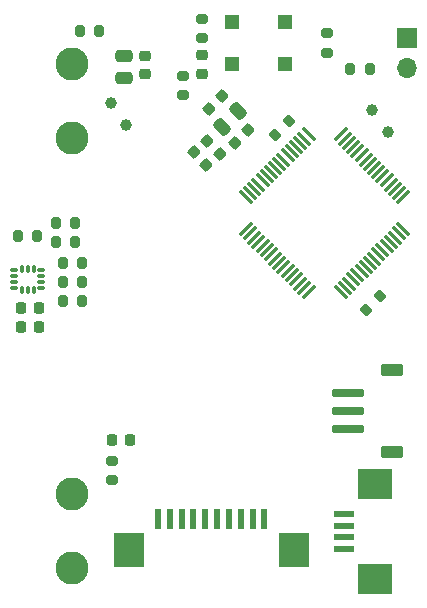
<source format=gbr>
%TF.GenerationSoftware,KiCad,Pcbnew,9.0.0-1.fc40*%
%TF.CreationDate,2025-03-21T22:07:15+01:00*%
%TF.ProjectId,airMouse-mcu,6169724d-6f75-4736-952d-6d63752e6b69,v1.0*%
%TF.SameCoordinates,Original*%
%TF.FileFunction,Soldermask,Bot*%
%TF.FilePolarity,Negative*%
%FSLAX46Y46*%
G04 Gerber Fmt 4.6, Leading zero omitted, Abs format (unit mm)*
G04 Created by KiCad (PCBNEW 9.0.0-1.fc40) date 2025-03-21 22:07:15*
%MOMM*%
%LPD*%
G01*
G04 APERTURE LIST*
G04 Aperture macros list*
%AMRoundRect*
0 Rectangle with rounded corners*
0 $1 Rounding radius*
0 $2 $3 $4 $5 $6 $7 $8 $9 X,Y pos of 4 corners*
0 Add a 4 corners polygon primitive as box body*
4,1,4,$2,$3,$4,$5,$6,$7,$8,$9,$2,$3,0*
0 Add four circle primitives for the rounded corners*
1,1,$1+$1,$2,$3*
1,1,$1+$1,$4,$5*
1,1,$1+$1,$6,$7*
1,1,$1+$1,$8,$9*
0 Add four rect primitives between the rounded corners*
20,1,$1+$1,$2,$3,$4,$5,0*
20,1,$1+$1,$4,$5,$6,$7,0*
20,1,$1+$1,$6,$7,$8,$9,0*
20,1,$1+$1,$8,$9,$2,$3,0*%
G04 Aperture macros list end*
%ADD10RoundRect,0.200000X0.200000X0.275000X-0.200000X0.275000X-0.200000X-0.275000X0.200000X-0.275000X0*%
%ADD11RoundRect,0.225000X0.225000X0.250000X-0.225000X0.250000X-0.225000X-0.250000X0.225000X-0.250000X0*%
%ADD12RoundRect,0.087500X0.087500X0.225000X-0.087500X0.225000X-0.087500X-0.225000X0.087500X-0.225000X0*%
%ADD13RoundRect,0.087500X0.225000X0.087500X-0.225000X0.087500X-0.225000X-0.087500X0.225000X-0.087500X0*%
%ADD14RoundRect,0.200000X-0.200000X-0.275000X0.200000X-0.275000X0.200000X0.275000X-0.200000X0.275000X0*%
%ADD15C,2.800000*%
%ADD16C,1.000000*%
%ADD17RoundRect,0.225000X-0.225000X-0.250000X0.225000X-0.250000X0.225000X0.250000X-0.225000X0.250000X0*%
%ADD18R,1.200000X1.200000*%
%ADD19RoundRect,0.200000X-0.275000X0.200000X-0.275000X-0.200000X0.275000X-0.200000X0.275000X0.200000X0*%
%ADD20RoundRect,0.200000X0.275000X-0.200000X0.275000X0.200000X-0.275000X0.200000X-0.275000X-0.200000X0*%
%ADD21RoundRect,0.200000X-0.053033X0.335876X-0.335876X0.053033X0.053033X-0.335876X0.335876X-0.053033X0*%
%ADD22RoundRect,0.225000X0.335876X0.017678X0.017678X0.335876X-0.335876X-0.017678X-0.017678X-0.335876X0*%
%ADD23R,0.600000X1.800000*%
%ADD24R,2.500000X3.000000*%
%ADD25RoundRect,0.250000X0.159099X-0.512652X0.512652X-0.159099X-0.159099X0.512652X-0.512652X0.159099X0*%
%ADD26R,1.800000X0.600000*%
%ADD27R,3.000000X2.500000*%
%ADD28RoundRect,0.225000X-0.250000X0.225000X-0.250000X-0.225000X0.250000X-0.225000X0.250000X0.225000X0*%
%ADD29RoundRect,0.250000X-0.475000X0.250000X-0.475000X-0.250000X0.475000X-0.250000X0.475000X0.250000X0*%
%ADD30RoundRect,0.225000X0.017678X-0.335876X0.335876X-0.017678X-0.017678X0.335876X-0.335876X0.017678X0*%
%ADD31R,1.700000X1.700000*%
%ADD32O,1.700000X1.700000*%
%ADD33RoundRect,0.075000X-0.548008X-0.441942X-0.441942X-0.548008X0.548008X0.441942X0.441942X0.548008X0*%
%ADD34RoundRect,0.075000X-0.548008X0.441942X0.441942X-0.548008X0.548008X-0.441942X-0.441942X0.548008X0*%
%ADD35RoundRect,0.225000X-0.335876X-0.017678X-0.017678X-0.335876X0.335876X0.017678X0.017678X0.335876X0*%
%ADD36RoundRect,0.175000X-1.175000X0.175000X-1.175000X-0.175000X1.175000X-0.175000X1.175000X0.175000X0*%
%ADD37RoundRect,0.250000X-0.700000X0.300000X-0.700000X-0.300000X0.700000X-0.300000X0.700000X0.300000X0*%
G04 APERTURE END LIST*
D10*
%TO.C,R9*%
X136630113Y-95200000D03*
X138280113Y-95200000D03*
%TD*%
D11*
%TO.C,C5*%
X133680113Y-102400000D03*
X135230113Y-102400000D03*
%TD*%
%TO.C,C4*%
X133680113Y-104000000D03*
X135230113Y-104000000D03*
%TD*%
D10*
%TO.C,R8*%
X136630113Y-96800000D03*
X138280113Y-96800000D03*
%TD*%
D12*
%TO.C,U1*%
X134755113Y-99087500D03*
X134255113Y-99087500D03*
X133755113Y-99087500D03*
D13*
X133092613Y-99250000D03*
X133092613Y-99750000D03*
X133092613Y-100250000D03*
X133092613Y-100750000D03*
D12*
X133755113Y-100912500D03*
X134255113Y-100912500D03*
X134755113Y-100912500D03*
D13*
X135417613Y-100750000D03*
X135417613Y-100250000D03*
X135417613Y-99750000D03*
X135417613Y-99250000D03*
%TD*%
D14*
%TO.C,R4*%
X138880113Y-101800000D03*
X137230113Y-101800000D03*
%TD*%
%TO.C,R3*%
X138880113Y-100200000D03*
X137230113Y-100200000D03*
%TD*%
%TO.C,R1*%
X135080113Y-96300000D03*
X133430113Y-96300000D03*
%TD*%
%TO.C,R2*%
X138880113Y-98600000D03*
X137230113Y-98600000D03*
%TD*%
D15*
%TO.C,BT1*%
X138000000Y-124400000D03*
X138000000Y-118200000D03*
X138000000Y-88000000D03*
X138000000Y-81800000D03*
%TD*%
D16*
%TO.C,TP4*%
X141300000Y-85100000D03*
%TD*%
%TO.C,TP3*%
X142600000Y-86900000D03*
%TD*%
D17*
%TO.C,C8*%
X141400000Y-113600000D03*
X142950000Y-113600000D03*
%TD*%
D18*
%TO.C,SW1*%
X151575000Y-78250000D03*
X156025000Y-78250000D03*
X151575000Y-81750000D03*
X156025000Y-81750000D03*
%TD*%
D19*
%TO.C,R17*%
X159600000Y-79175000D03*
X159600000Y-80825000D03*
%TD*%
D20*
%TO.C,R25*%
X141400000Y-117000000D03*
X141400000Y-115350000D03*
%TD*%
D10*
%TO.C,R19*%
X161575000Y-82200000D03*
X163225000Y-82200000D03*
%TD*%
D21*
%TO.C,R7*%
X155216637Y-87783363D03*
X156383363Y-86616637D03*
%TD*%
D19*
%TO.C,R13*%
X147400000Y-82750000D03*
X147400000Y-84400000D03*
%TD*%
D22*
%TO.C,C9*%
X148305278Y-89204445D03*
X149401294Y-90300461D03*
%TD*%
D23*
%TO.C,J5*%
X154300000Y-120312500D03*
X153300000Y-120312500D03*
X152300000Y-120312500D03*
X151300000Y-120312500D03*
X150300000Y-120312500D03*
X149300000Y-120312500D03*
X148300000Y-120312500D03*
X147300000Y-120312500D03*
X146300000Y-120312500D03*
X145300000Y-120312500D03*
D24*
X156800000Y-122912500D03*
X142800000Y-122912500D03*
%TD*%
D25*
%TO.C,C12*%
X152071751Y-85728249D03*
X150728249Y-87071751D03*
%TD*%
D21*
%TO.C,R11*%
X162916637Y-102583363D03*
X164083363Y-101416637D03*
%TD*%
D10*
%TO.C,R12*%
X140325000Y-79000000D03*
X138675000Y-79000000D03*
%TD*%
D26*
%TO.C,J6*%
X161062500Y-119850000D03*
X161062500Y-120850000D03*
X161062500Y-121850000D03*
X161062500Y-122850000D03*
D27*
X163662500Y-117350000D03*
X163662500Y-125350000D03*
%TD*%
D28*
%TO.C,C15*%
X144200000Y-81050000D03*
X144200000Y-82600000D03*
%TD*%
D29*
%TO.C,C16*%
X142400000Y-81050001D03*
X142400000Y-82949999D03*
%TD*%
D30*
%TO.C,C11*%
X152948008Y-87351992D03*
X151851992Y-88448008D03*
%TD*%
%TO.C,C10*%
X150748008Y-84451992D03*
X149651992Y-85548008D03*
%TD*%
D31*
%TO.C,LD1*%
X166400000Y-79600000D03*
D32*
X166400000Y-82140000D03*
%TD*%
D33*
%TO.C,U3*%
X152735519Y-95761181D03*
X153089072Y-96114734D03*
X153442625Y-96468287D03*
X153796179Y-96821841D03*
X154149732Y-97175394D03*
X154503286Y-97528948D03*
X154856839Y-97882501D03*
X155210392Y-98236054D03*
X155563946Y-98589608D03*
X155917499Y-98943161D03*
X156271052Y-99296714D03*
X156624606Y-99650268D03*
X156978159Y-100003821D03*
X157331713Y-100357375D03*
X157685266Y-100710928D03*
X158038819Y-101064481D03*
D34*
X160761181Y-101064481D03*
X161114734Y-100710928D03*
X161468287Y-100357375D03*
X161821841Y-100003821D03*
X162175394Y-99650268D03*
X162528948Y-99296714D03*
X162882501Y-98943161D03*
X163236054Y-98589608D03*
X163589608Y-98236054D03*
X163943161Y-97882501D03*
X164296714Y-97528948D03*
X164650268Y-97175394D03*
X165003821Y-96821841D03*
X165357375Y-96468287D03*
X165710928Y-96114734D03*
X166064481Y-95761181D03*
D33*
X166064481Y-93038819D03*
X165710928Y-92685266D03*
X165357375Y-92331713D03*
X165003821Y-91978159D03*
X164650268Y-91624606D03*
X164296714Y-91271052D03*
X163943161Y-90917499D03*
X163589608Y-90563946D03*
X163236054Y-90210392D03*
X162882501Y-89856839D03*
X162528948Y-89503286D03*
X162175394Y-89149732D03*
X161821841Y-88796179D03*
X161468287Y-88442625D03*
X161114734Y-88089072D03*
X160761181Y-87735519D03*
D34*
X158038819Y-87735519D03*
X157685266Y-88089072D03*
X157331713Y-88442625D03*
X156978159Y-88796179D03*
X156624606Y-89149732D03*
X156271052Y-89503286D03*
X155917499Y-89856839D03*
X155563946Y-90210392D03*
X155210392Y-90563946D03*
X154856839Y-90917499D03*
X154503286Y-91271052D03*
X154149732Y-91624606D03*
X153796179Y-91978159D03*
X153442625Y-92331713D03*
X153089072Y-92685266D03*
X152735519Y-93038819D03*
%TD*%
D16*
%TO.C,TP2*%
X164800000Y-87500000D03*
%TD*%
%TO.C,TP1*%
X163400000Y-85700000D03*
%TD*%
D35*
%TO.C,FB1*%
X150548008Y-89348008D03*
X149451992Y-88251992D03*
%TD*%
D19*
%TO.C,R18*%
X149000000Y-77950000D03*
X149000000Y-79600000D03*
%TD*%
D28*
%TO.C,C14*%
X149000000Y-81025000D03*
X149000000Y-82575000D03*
%TD*%
D36*
%TO.C,J2*%
X161400000Y-109650000D03*
X161400000Y-111150000D03*
X161400000Y-112650000D03*
D37*
X165100000Y-107700000D03*
X165100000Y-114600000D03*
%TD*%
M02*

</source>
